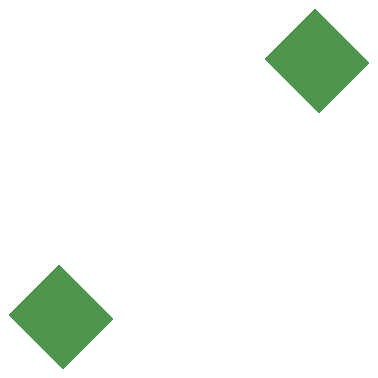
<source format=gbr>
G04 #@! TF.GenerationSoftware,KiCad,Pcbnew,(6.0.9)*
G04 #@! TF.CreationDate,2022-11-30T18:40:26+01:00*
G04 #@! TF.ProjectId,parasite - 45deg,70617261-7369-4746-9520-2d2034356465,1.2.0*
G04 #@! TF.SameCoordinates,Original*
G04 #@! TF.FileFunction,Paste,Bot*
G04 #@! TF.FilePolarity,Positive*
%FSLAX46Y46*%
G04 Gerber Fmt 4.6, Leading zero omitted, Abs format (unit mm)*
G04 Created by KiCad (PCBNEW (6.0.9)) date 2022-11-30 18:40:26*
%MOMM*%
%LPD*%
G01*
G04 APERTURE LIST*
G04 Aperture macros list*
%AMRotRect*
0 Rectangle, with rotation*
0 The origin of the aperture is its center*
0 $1 length*
0 $2 width*
0 $3 Rotation angle, in degrees counterclockwise*
0 Add horizontal line*
21,1,$1,$2,0,0,$3*%
G04 Aperture macros list end*
%ADD10RotRect,6.000000X6.500000X225.000000*%
G04 APERTURE END LIST*
D10*
X90117187Y-74839918D03*
X111754654Y-53202451D03*
M02*

</source>
